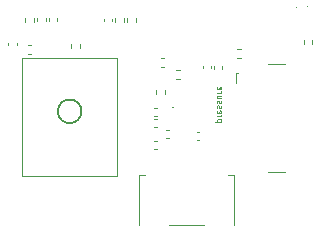
<source format=gbr>
%TF.GenerationSoftware,KiCad,Pcbnew,8.0.5*%
%TF.CreationDate,2024-11-08T04:09:33+01:00*%
%TF.ProjectId,hardware v4 pro max,68617264-7761-4726-9520-76342070726f,rev?*%
%TF.SameCoordinates,Original*%
%TF.FileFunction,Legend,Bot*%
%TF.FilePolarity,Positive*%
%FSLAX46Y46*%
G04 Gerber Fmt 4.6, Leading zero omitted, Abs format (unit mm)*
G04 Created by KiCad (PCBNEW 8.0.5) date 2024-11-08 04:09:33*
%MOMM*%
%LPD*%
G01*
G04 APERTURE LIST*
%ADD10C,0.100000*%
%ADD11C,0.120000*%
%ADD12C,0.150000*%
G04 APERTURE END LIST*
D10*
X144349723Y-101015163D02*
X143849723Y-101015163D01*
X144325914Y-101015163D02*
X144349723Y-100967544D01*
X144349723Y-100967544D02*
X144349723Y-100872306D01*
X144349723Y-100872306D02*
X144325914Y-100824687D01*
X144325914Y-100824687D02*
X144302104Y-100800877D01*
X144302104Y-100800877D02*
X144254485Y-100777068D01*
X144254485Y-100777068D02*
X144111628Y-100777068D01*
X144111628Y-100777068D02*
X144064009Y-100800877D01*
X144064009Y-100800877D02*
X144040200Y-100824687D01*
X144040200Y-100824687D02*
X144016390Y-100872306D01*
X144016390Y-100872306D02*
X144016390Y-100967544D01*
X144016390Y-100967544D02*
X144040200Y-101015163D01*
X144016390Y-100562782D02*
X144349723Y-100562782D01*
X144254485Y-100562782D02*
X144302104Y-100538972D01*
X144302104Y-100538972D02*
X144325914Y-100515163D01*
X144325914Y-100515163D02*
X144349723Y-100467544D01*
X144349723Y-100467544D02*
X144349723Y-100419925D01*
X144040200Y-100062782D02*
X144016390Y-100110401D01*
X144016390Y-100110401D02*
X144016390Y-100205639D01*
X144016390Y-100205639D02*
X144040200Y-100253258D01*
X144040200Y-100253258D02*
X144087819Y-100277067D01*
X144087819Y-100277067D02*
X144278295Y-100277067D01*
X144278295Y-100277067D02*
X144325914Y-100253258D01*
X144325914Y-100253258D02*
X144349723Y-100205639D01*
X144349723Y-100205639D02*
X144349723Y-100110401D01*
X144349723Y-100110401D02*
X144325914Y-100062782D01*
X144325914Y-100062782D02*
X144278295Y-100038972D01*
X144278295Y-100038972D02*
X144230676Y-100038972D01*
X144230676Y-100038972D02*
X144183057Y-100277067D01*
X144040200Y-99848496D02*
X144016390Y-99800877D01*
X144016390Y-99800877D02*
X144016390Y-99705639D01*
X144016390Y-99705639D02*
X144040200Y-99658020D01*
X144040200Y-99658020D02*
X144087819Y-99634211D01*
X144087819Y-99634211D02*
X144111628Y-99634211D01*
X144111628Y-99634211D02*
X144159247Y-99658020D01*
X144159247Y-99658020D02*
X144183057Y-99705639D01*
X144183057Y-99705639D02*
X144183057Y-99777068D01*
X144183057Y-99777068D02*
X144206866Y-99824687D01*
X144206866Y-99824687D02*
X144254485Y-99848496D01*
X144254485Y-99848496D02*
X144278295Y-99848496D01*
X144278295Y-99848496D02*
X144325914Y-99824687D01*
X144325914Y-99824687D02*
X144349723Y-99777068D01*
X144349723Y-99777068D02*
X144349723Y-99705639D01*
X144349723Y-99705639D02*
X144325914Y-99658020D01*
X144040200Y-99443734D02*
X144016390Y-99396115D01*
X144016390Y-99396115D02*
X144016390Y-99300877D01*
X144016390Y-99300877D02*
X144040200Y-99253258D01*
X144040200Y-99253258D02*
X144087819Y-99229449D01*
X144087819Y-99229449D02*
X144111628Y-99229449D01*
X144111628Y-99229449D02*
X144159247Y-99253258D01*
X144159247Y-99253258D02*
X144183057Y-99300877D01*
X144183057Y-99300877D02*
X144183057Y-99372306D01*
X144183057Y-99372306D02*
X144206866Y-99419925D01*
X144206866Y-99419925D02*
X144254485Y-99443734D01*
X144254485Y-99443734D02*
X144278295Y-99443734D01*
X144278295Y-99443734D02*
X144325914Y-99419925D01*
X144325914Y-99419925D02*
X144349723Y-99372306D01*
X144349723Y-99372306D02*
X144349723Y-99300877D01*
X144349723Y-99300877D02*
X144325914Y-99253258D01*
X144349723Y-98800877D02*
X144016390Y-98800877D01*
X144349723Y-99015163D02*
X144087819Y-99015163D01*
X144087819Y-99015163D02*
X144040200Y-98991353D01*
X144040200Y-98991353D02*
X144016390Y-98943734D01*
X144016390Y-98943734D02*
X144016390Y-98872306D01*
X144016390Y-98872306D02*
X144040200Y-98824687D01*
X144040200Y-98824687D02*
X144064009Y-98800877D01*
X144016390Y-98562782D02*
X144349723Y-98562782D01*
X144254485Y-98562782D02*
X144302104Y-98538972D01*
X144302104Y-98538972D02*
X144325914Y-98515163D01*
X144325914Y-98515163D02*
X144349723Y-98467544D01*
X144349723Y-98467544D02*
X144349723Y-98419925D01*
X144040200Y-98062782D02*
X144016390Y-98110401D01*
X144016390Y-98110401D02*
X144016390Y-98205639D01*
X144016390Y-98205639D02*
X144040200Y-98253258D01*
X144040200Y-98253258D02*
X144087819Y-98277067D01*
X144087819Y-98277067D02*
X144278295Y-98277067D01*
X144278295Y-98277067D02*
X144325914Y-98253258D01*
X144325914Y-98253258D02*
X144349723Y-98205639D01*
X144349723Y-98205639D02*
X144349723Y-98110401D01*
X144349723Y-98110401D02*
X144325914Y-98062782D01*
X144325914Y-98062782D02*
X144278295Y-98038972D01*
X144278295Y-98038972D02*
X144230676Y-98038972D01*
X144230676Y-98038972D02*
X144183057Y-98277067D01*
D11*
%TO.C,C11*%
X126340000Y-94322164D02*
X126340000Y-94537836D01*
X127060000Y-94322164D02*
X127060000Y-94537836D01*
%TO.C,C19*%
X138887836Y-100770000D02*
X138672164Y-100770000D01*
X138887836Y-101490000D02*
X138672164Y-101490000D01*
%TO.C,C12*%
X139722164Y-101690000D02*
X139937836Y-101690000D01*
X139722164Y-102410000D02*
X139937836Y-102410000D01*
%TO.C,R8*%
X136360000Y-92246359D02*
X136360000Y-92553641D01*
X137120000Y-92246359D02*
X137120000Y-92553641D01*
D10*
%TO.C,WSEN-PADS1*%
X140200000Y-99793000D02*
X140200000Y-99793000D01*
X140300000Y-99793000D02*
X140300000Y-99793000D01*
X140200000Y-99793000D02*
G75*
G02*
X140300000Y-99793000I50000J0D01*
G01*
X140300000Y-99793000D02*
G75*
G02*
X140200000Y-99793000I-50000J0D01*
G01*
D11*
%TO.C,C2*%
X139517836Y-95650000D02*
X139302164Y-95650000D01*
X139517836Y-96370000D02*
X139302164Y-96370000D01*
%TO.C,C10*%
X128227836Y-94520000D02*
X128012164Y-94520000D01*
X128227836Y-95240000D02*
X128012164Y-95240000D01*
%TO.C,C24*%
X143740000Y-96507836D02*
X143740000Y-96292164D01*
X144460000Y-96507836D02*
X144460000Y-96292164D01*
%TO.C,R1*%
X151330000Y-94086359D02*
X151330000Y-94393641D01*
X152090000Y-94086359D02*
X152090000Y-94393641D01*
%TO.C,R9*%
X135370000Y-92563641D02*
X135370000Y-92256359D01*
X136130000Y-92563641D02*
X136130000Y-92256359D01*
%TO.C,R2*%
X146003641Y-94870000D02*
X145696359Y-94870000D01*
X146003641Y-95630000D02*
X145696359Y-95630000D01*
%TO.C,R10*%
X128740000Y-92513641D02*
X128740000Y-92206359D01*
X129500000Y-92513641D02*
X129500000Y-92206359D01*
%TO.C,C6*%
X134430000Y-92302164D02*
X134430000Y-92517836D01*
X135150000Y-92302164D02*
X135150000Y-92517836D01*
D10*
%TO.C,D2*%
X151730000Y-91285000D02*
G75*
G02*
X151630000Y-91285000I-50000J0D01*
G01*
X151630000Y-91285000D02*
G75*
G02*
X151730000Y-91285000I50000J0D01*
G01*
D11*
%TO.C,R7*%
X127760000Y-92226359D02*
X127760000Y-92533641D01*
X128520000Y-92226359D02*
X128520000Y-92533641D01*
%TO.C,C22*%
X142780000Y-96497836D02*
X142780000Y-96282164D01*
X143500000Y-96497836D02*
X143500000Y-96282164D01*
%TO.C,R20*%
X140873641Y-96620000D02*
X140566359Y-96620000D01*
X140873641Y-97380000D02*
X140566359Y-97380000D01*
%TO.C,J4*%
X145655000Y-96910000D02*
X145655000Y-97710000D01*
X145805000Y-96910000D02*
X145655000Y-96910000D01*
X148325000Y-96090000D02*
X149735000Y-96090000D01*
X148325000Y-105250000D02*
X149735000Y-105250000D01*
%TO.C,R13*%
X131620000Y-94446359D02*
X131620000Y-94753641D01*
X132380000Y-94446359D02*
X132380000Y-94753641D01*
D10*
%TO.C,D3*%
X150780000Y-91315000D02*
G75*
G02*
X150680000Y-91315000I-50000J0D01*
G01*
X150680000Y-91315000D02*
G75*
G02*
X150780000Y-91315000I50000J0D01*
G01*
%TO.C,J1*%
X137410000Y-105497000D02*
X137910000Y-105497000D01*
X137410000Y-109748000D02*
X137410000Y-105497000D01*
X139910000Y-109748000D02*
X142910000Y-109748000D01*
X145410000Y-105497000D02*
X144910000Y-105497000D01*
X145410000Y-109748000D02*
X145410000Y-105497000D01*
D11*
%TO.C,C13*%
X142292164Y-101850000D02*
X142507836Y-101850000D01*
X142292164Y-102570000D02*
X142507836Y-102570000D01*
%TO.C,C7*%
X129750000Y-92272164D02*
X129750000Y-92487836D01*
X130470000Y-92272164D02*
X130470000Y-92487836D01*
%TO.C,C20*%
X138897836Y-99820000D02*
X138682164Y-99820000D01*
X138897836Y-100540000D02*
X138682164Y-100540000D01*
%TO.C,R19*%
X138830000Y-98316359D02*
X138830000Y-98623641D01*
X139590000Y-98316359D02*
X139590000Y-98623641D01*
%TO.C,PA1010D1*%
D10*
X135530000Y-105630000D02*
X127530000Y-105630000D01*
X127530000Y-95630000D01*
X135530000Y-95630000D01*
X135530000Y-105630000D01*
D12*
X132530000Y-100130000D02*
G75*
G02*
X130530000Y-100130000I-1000000J0D01*
G01*
X130530000Y-100130000D02*
G75*
G02*
X132530000Y-100130000I1000000J0D01*
G01*
D11*
%TO.C,C25*%
X138907836Y-102610000D02*
X138692164Y-102610000D01*
X138907836Y-103330000D02*
X138692164Y-103330000D01*
%TD*%
M02*

</source>
